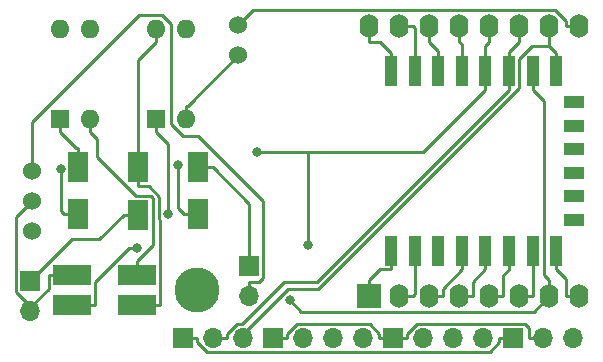
<source format=gbr>
%TF.GenerationSoftware,KiCad,Pcbnew,5.1.6-c6e7f7d~87~ubuntu18.04.1*%
%TF.CreationDate,2020-09-18T00:52:06+02:00*%
%TF.ProjectId,airpcb_smd,61697270-6362-45f7-936d-642e6b696361,rev?*%
%TF.SameCoordinates,Original*%
%TF.FileFunction,Copper,L1,Top*%
%TF.FilePolarity,Positive*%
%FSLAX46Y46*%
G04 Gerber Fmt 4.6, Leading zero omitted, Abs format (unit mm)*
G04 Created by KiCad (PCBNEW 5.1.6-c6e7f7d~87~ubuntu18.04.1) date 2020-09-18 00:52:06*
%MOMM*%
%LPD*%
G01*
G04 APERTURE LIST*
%TA.AperFunction,ComponentPad*%
%ADD10C,3.800000*%
%TD*%
%TA.AperFunction,ComponentPad*%
%ADD11C,1.524000*%
%TD*%
%TA.AperFunction,ComponentPad*%
%ADD12O,1.600000X2.000000*%
%TD*%
%TA.AperFunction,ComponentPad*%
%ADD13R,2.000000X2.000000*%
%TD*%
%TA.AperFunction,SMDPad,CuDef*%
%ADD14R,1.000000X2.500000*%
%TD*%
%TA.AperFunction,SMDPad,CuDef*%
%ADD15R,1.800000X1.000000*%
%TD*%
%TA.AperFunction,SMDPad,CuDef*%
%ADD16R,1.800000X2.500000*%
%TD*%
%TA.AperFunction,ComponentPad*%
%ADD17R,1.700000X1.700000*%
%TD*%
%TA.AperFunction,ComponentPad*%
%ADD18O,1.700000X1.700000*%
%TD*%
%TA.AperFunction,ComponentPad*%
%ADD19R,1.600000X1.600000*%
%TD*%
%TA.AperFunction,ComponentPad*%
%ADD20O,1.600000X1.600000*%
%TD*%
%TA.AperFunction,SMDPad,CuDef*%
%ADD21R,3.300000X1.700000*%
%TD*%
%TA.AperFunction,ViaPad*%
%ADD22C,0.800000*%
%TD*%
%TA.AperFunction,Conductor*%
%ADD23C,0.250000*%
%TD*%
G04 APERTURE END LIST*
D10*
%TO.P,M1,1*%
%TO.N,N/C*%
X66675000Y-38100000D03*
%TD*%
D11*
%TO.P,J11,5*%
%TO.N,GND*%
X70198000Y-18194000D03*
%TO.P,J11,4*%
%TO.N,5V*%
X70198000Y-15654000D03*
%TO.P,J11,3*%
%TO.N,Net-(J11-Pad3)*%
X52738000Y-28034000D03*
%TO.P,J11,2*%
%TO.N,B*%
X52738000Y-30574000D03*
%TO.P,J11,1*%
%TO.N,Net-(J11-Pad1)*%
X52738000Y-33114000D03*
%TD*%
D12*
%TO.P,U3,16*%
%TO.N,ESP_TX*%
X81280000Y-15748000D03*
%TO.P,U3,15*%
%TO.N,ESP_RX*%
X83820000Y-15748000D03*
%TO.P,U3,14*%
%TO.N,SCL*%
X86360000Y-15748000D03*
%TO.P,U3,13*%
%TO.N,SDA*%
X88900000Y-15748000D03*
%TO.P,U3,12*%
%TO.N,D3*%
X91440000Y-15748000D03*
%TO.P,U3,11*%
%TO.N,D4*%
X93980000Y-15748000D03*
%TO.P,U3,10*%
%TO.N,GND*%
X96520000Y-15748000D03*
%TO.P,U3,9*%
%TO.N,5V*%
X99060000Y-15748000D03*
%TO.P,U3,8*%
%TO.N,3V3*%
X99060000Y-38608000D03*
%TO.P,U3,7*%
%TO.N,D8*%
X96520000Y-38608000D03*
%TO.P,U3,6*%
%TO.N,D7*%
X93980000Y-38608000D03*
%TO.P,U3,5*%
%TO.N,D6*%
X91440000Y-38608000D03*
%TO.P,U3,4*%
%TO.N,D5*%
X88900000Y-38608000D03*
%TO.P,U3,3*%
%TO.N,D0*%
X86360000Y-38608000D03*
D13*
%TO.P,U3,1*%
%TO.N,RST*%
X81280000Y-38608000D03*
D12*
%TO.P,U3,2*%
%TO.N,A0*%
X83820000Y-38608000D03*
%TD*%
D14*
%TO.P,U4,22*%
%TO.N,ESP_TX*%
X83114000Y-19578000D03*
%TO.P,U4,21*%
%TO.N,ESP_RX*%
X85114000Y-19578000D03*
%TO.P,U4,20*%
%TO.N,SCL*%
X87114000Y-19578000D03*
%TO.P,U4,19*%
%TO.N,SDA*%
X89114000Y-19578000D03*
%TO.P,U4,18*%
%TO.N,D3*%
X91114000Y-19578000D03*
%TO.P,U4,17*%
%TO.N,D4*%
X93114000Y-19578000D03*
%TO.P,U4,16*%
%TO.N,D8*%
X95114000Y-19578000D03*
%TO.P,U4,15*%
%TO.N,GND*%
X97114000Y-19578000D03*
D15*
%TO.P,U4,14*%
%TO.N,Net-(U4-Pad14)*%
X98614000Y-22178000D03*
%TO.P,U4,13*%
%TO.N,Net-(U4-Pad13)*%
X98614000Y-24178000D03*
%TO.P,U4,12*%
%TO.N,Net-(U4-Pad12)*%
X98614000Y-26178000D03*
%TO.P,U4,11*%
%TO.N,Net-(U4-Pad11)*%
X98614000Y-28178000D03*
%TO.P,U4,10*%
%TO.N,Net-(U4-Pad10)*%
X98614000Y-30178000D03*
%TO.P,U4,9*%
%TO.N,Net-(U4-Pad9)*%
X98614000Y-32178000D03*
D14*
%TO.P,U4,8*%
%TO.N,3V3*%
X97114000Y-34778000D03*
%TO.P,U4,7*%
%TO.N,D7*%
X95114000Y-34778000D03*
%TO.P,U4,6*%
%TO.N,D6*%
X93114000Y-34778000D03*
%TO.P,U4,5*%
%TO.N,D5*%
X91114000Y-34778000D03*
%TO.P,U4,4*%
%TO.N,D0*%
X89114000Y-34778000D03*
%TO.P,U4,3*%
%TO.N,Net-(U4-Pad3)*%
X87114000Y-34778000D03*
%TO.P,U4,2*%
%TO.N,A0*%
X85114000Y-34778000D03*
%TO.P,U4,1*%
%TO.N,RST*%
X83114000Y-34778000D03*
%TD*%
D16*
%TO.P,D2,2*%
%TO.N,Net-(D2-Pad2)*%
X56642000Y-31686000D03*
%TO.P,D2,1*%
%TO.N,Net-(D2-Pad1)*%
X56642000Y-27686000D03*
%TD*%
%TO.P,D4,1*%
%TO.N,Net-(D3-Pad1)*%
X61722000Y-27718000D03*
%TO.P,D4,2*%
%TO.N,A*%
X61722000Y-31718000D03*
%TD*%
%TO.P,D5,1*%
%TO.N,Net-(D5-Pad1)*%
X66802000Y-27686000D03*
%TO.P,D5,2*%
%TO.N,Net-(D5-Pad2)*%
X66802000Y-31686000D03*
%TD*%
D17*
%TO.P,J1,1*%
%TO.N,3V3*%
X83312000Y-42164000D03*
D18*
%TO.P,J1,2*%
%TO.N,GND*%
X85852000Y-42164000D03*
%TO.P,J1,3*%
%TO.N,SCL*%
X88392000Y-42164000D03*
%TO.P,J1,4*%
%TO.N,SDA*%
X90932000Y-42164000D03*
%TD*%
%TO.P,J2,4*%
%TO.N,GND*%
X80772000Y-42164000D03*
%TO.P,J2,3*%
%TO.N,Net-(J2-Pad3)*%
X78232000Y-42164000D03*
%TO.P,J2,2*%
%TO.N,D3*%
X75692000Y-42164000D03*
D17*
%TO.P,J2,1*%
%TO.N,3V3*%
X73152000Y-42164000D03*
%TD*%
%TO.P,J3,1*%
%TO.N,Net-(D5-Pad1)*%
X71120000Y-36068000D03*
D18*
%TO.P,J3,2*%
%TO.N,Net-(J11-Pad3)*%
X71120000Y-38608000D03*
%TD*%
%TO.P,J4,2*%
%TO.N,B*%
X52578000Y-39878000D03*
D17*
%TO.P,J4,1*%
%TO.N,A*%
X52578000Y-37338000D03*
%TD*%
%TO.P,J7,1*%
%TO.N,5V*%
X93472000Y-42164000D03*
D18*
%TO.P,J7,2*%
%TO.N,3V3*%
X96012000Y-42164000D03*
%TO.P,J7,3*%
%TO.N,GND*%
X98552000Y-42164000D03*
%TD*%
%TO.P,J8,3*%
%TO.N,GND*%
X70612000Y-42164000D03*
%TO.P,J8,2*%
%TO.N,D4*%
X68072000Y-42164000D03*
D17*
%TO.P,J8,1*%
%TO.N,5V*%
X65532000Y-42164000D03*
%TD*%
D19*
%TO.P,U1,1*%
%TO.N,Net-(D2-Pad1)*%
X55118000Y-23622000D03*
D20*
%TO.P,U1,3*%
%TO.N,D7*%
X57658000Y-16002000D03*
%TO.P,U1,2*%
%TO.N,Net-(D1-Pad1)*%
X57658000Y-23622000D03*
%TO.P,U1,4*%
%TO.N,3V3*%
X55118000Y-16002000D03*
%TD*%
%TO.P,U2,4*%
%TO.N,Net-(D3-Pad1)*%
X63246000Y-16002000D03*
%TO.P,U2,2*%
%TO.N,GND*%
X65786000Y-23622000D03*
%TO.P,U2,3*%
%TO.N,Net-(R6-Pad2)*%
X65786000Y-16002000D03*
D19*
%TO.P,U2,1*%
%TO.N,Net-(Q1-Pad3)*%
X63246000Y-23622000D03*
%TD*%
D21*
%TO.P,D1,2*%
%TO.N,B*%
X56095000Y-36830000D03*
%TO.P,D1,1*%
%TO.N,Net-(D1-Pad1)*%
X61595000Y-36830000D03*
%TD*%
%TO.P,D3,1*%
%TO.N,Net-(D3-Pad1)*%
X61595000Y-39370000D03*
%TO.P,D3,2*%
%TO.N,Net-(D3-Pad2)*%
X56095000Y-39370000D03*
%TD*%
D22*
%TO.N,Net-(D2-Pad2)*%
X55133700Y-27813000D03*
%TO.N,Net-(D3-Pad2)*%
X61619200Y-34539300D03*
%TO.N,Net-(D5-Pad2)*%
X65045200Y-27489800D03*
%TO.N,D3*%
X71739700Y-26440000D03*
X76081100Y-34288000D03*
%TO.N,D8*%
X74524400Y-38940700D03*
%TO.N,Net-(Q1-Pad3)*%
X64224700Y-31686000D03*
%TD*%
D23*
%TO.N,B*%
X56095000Y-36830000D02*
X54119700Y-36830000D01*
X54119700Y-36830000D02*
X54119700Y-38005300D01*
X54119700Y-38005300D02*
X52834700Y-39290300D01*
X52834700Y-39290300D02*
X52578000Y-39290300D01*
X52578000Y-39290300D02*
X52357500Y-39290300D01*
X52357500Y-39290300D02*
X51352400Y-38285200D01*
X51352400Y-38285200D02*
X51352400Y-31959600D01*
X51352400Y-31959600D02*
X52738000Y-30574000D01*
X52578000Y-39878000D02*
X52578000Y-39290300D01*
%TO.N,Net-(D1-Pad1)*%
X57658000Y-23622000D02*
X57658000Y-24747300D01*
X61595000Y-36830000D02*
X61595000Y-35654700D01*
X61595000Y-35654700D02*
X62947400Y-34302300D01*
X62947400Y-34302300D02*
X62947400Y-30287800D01*
X62947400Y-30287800D02*
X62762000Y-30102400D01*
X62762000Y-30102400D02*
X61488100Y-30102400D01*
X61488100Y-30102400D02*
X58227600Y-26841900D01*
X58227600Y-26841900D02*
X58227600Y-25316900D01*
X58227600Y-25316900D02*
X57658000Y-24747300D01*
%TO.N,Net-(D2-Pad1)*%
X56642000Y-27686000D02*
X56642000Y-26110700D01*
X55118000Y-23622000D02*
X55118000Y-24747300D01*
X55118000Y-24747300D02*
X56481400Y-26110700D01*
X56481400Y-26110700D02*
X56642000Y-26110700D01*
%TO.N,Net-(D2-Pad2)*%
X56642000Y-31686000D02*
X55416700Y-31686000D01*
X55133700Y-27813000D02*
X55133700Y-31403000D01*
X55133700Y-31403000D02*
X55416700Y-31686000D01*
%TO.N,Net-(D3-Pad1)*%
X61722000Y-29293300D02*
X62597500Y-29293300D01*
X62597500Y-29293300D02*
X63499400Y-30195200D01*
X63499400Y-30195200D02*
X63499400Y-32079100D01*
X63499400Y-32079100D02*
X63570300Y-32150000D01*
X63570300Y-32150000D02*
X63570300Y-39370000D01*
X63246000Y-16002000D02*
X63246000Y-17127300D01*
X63246000Y-17127300D02*
X61722000Y-18651300D01*
X61722000Y-18651300D02*
X61722000Y-27718000D01*
X61722000Y-27718000D02*
X61722000Y-29293300D01*
X61595000Y-39370000D02*
X63570300Y-39370000D01*
%TO.N,Net-(D3-Pad2)*%
X58070300Y-39370000D02*
X58070300Y-37381100D01*
X58070300Y-37381100D02*
X60912100Y-34539300D01*
X60912100Y-34539300D02*
X61619200Y-34539300D01*
X56095000Y-39370000D02*
X58070300Y-39370000D01*
%TO.N,A*%
X61722000Y-31718000D02*
X60496700Y-31718000D01*
X52578000Y-37338000D02*
X56102100Y-33813900D01*
X56102100Y-33813900D02*
X58400800Y-33813900D01*
X58400800Y-33813900D02*
X60496700Y-31718000D01*
%TO.N,Net-(D5-Pad1)*%
X68027300Y-27686000D02*
X71120000Y-30778700D01*
X71120000Y-30778700D02*
X71120000Y-36068000D01*
X66802000Y-27686000D02*
X68027300Y-27686000D01*
%TO.N,Net-(D5-Pad2)*%
X66802000Y-31686000D02*
X65576700Y-31686000D01*
X65045200Y-27489800D02*
X65045200Y-31154500D01*
X65045200Y-31154500D02*
X65576700Y-31686000D01*
%TO.N,3V3*%
X97114000Y-34778000D02*
X97114000Y-36353300D01*
X99060000Y-38608000D02*
X97934700Y-38608000D01*
X97934700Y-38608000D02*
X97934700Y-37174000D01*
X97934700Y-37174000D02*
X97114000Y-36353300D01*
X83312000Y-42164000D02*
X84487300Y-42164000D01*
X96012000Y-42164000D02*
X94836700Y-42164000D01*
X94836700Y-42164000D02*
X94836700Y-41356000D01*
X94836700Y-41356000D02*
X94469400Y-40988700D01*
X94469400Y-40988700D02*
X85295200Y-40988700D01*
X85295200Y-40988700D02*
X84487300Y-41796600D01*
X84487300Y-41796600D02*
X84487300Y-42164000D01*
X83312000Y-42164000D02*
X82136700Y-42164000D01*
X73152000Y-42164000D02*
X74327300Y-42164000D01*
X74327300Y-42164000D02*
X74327300Y-41796700D01*
X74327300Y-41796700D02*
X75135300Y-40988700D01*
X75135300Y-40988700D02*
X81328800Y-40988700D01*
X81328800Y-40988700D02*
X82136700Y-41796600D01*
X82136700Y-41796600D02*
X82136700Y-42164000D01*
%TO.N,GND*%
X65786000Y-23622000D02*
X65786000Y-22496700D01*
X65786000Y-22496700D02*
X65895300Y-22496700D01*
X65895300Y-22496700D02*
X70198000Y-18194000D01*
X96520000Y-17408700D02*
X95062600Y-17408700D01*
X95062600Y-17408700D02*
X93939400Y-18531900D01*
X93939400Y-18531900D02*
X93939400Y-20964800D01*
X93939400Y-20964800D02*
X76924000Y-37980200D01*
X76924000Y-37980200D02*
X74418000Y-37980200D01*
X74418000Y-37980200D02*
X70612000Y-41786200D01*
X70612000Y-41786200D02*
X70612000Y-42164000D01*
X96520000Y-17408700D02*
X97114000Y-18002700D01*
X96520000Y-15748000D02*
X96520000Y-17408700D01*
X97114000Y-19578000D02*
X97114000Y-18002700D01*
%TO.N,SCL*%
X86360000Y-15748000D02*
X86360000Y-17073300D01*
X86360000Y-17073300D02*
X87114000Y-17827300D01*
X87114000Y-17827300D02*
X87114000Y-19578000D01*
%TO.N,SDA*%
X88900000Y-15748000D02*
X88900000Y-17073300D01*
X89114000Y-19578000D02*
X89114000Y-17287300D01*
X89114000Y-17287300D02*
X88900000Y-17073300D01*
%TO.N,5V*%
X99060000Y-15748000D02*
X97934700Y-15748000D01*
X97934700Y-15748000D02*
X97934700Y-15326000D01*
X97934700Y-15326000D02*
X96998400Y-14389700D01*
X96998400Y-14389700D02*
X71462300Y-14389700D01*
X71462300Y-14389700D02*
X70198000Y-15654000D01*
X93472000Y-42164000D02*
X92296700Y-42164000D01*
X65532000Y-42164000D02*
X66707300Y-42164000D01*
X66707300Y-42164000D02*
X66707300Y-42531300D01*
X66707300Y-42531300D02*
X67515300Y-43339300D01*
X67515300Y-43339300D02*
X91488800Y-43339300D01*
X91488800Y-43339300D02*
X92296700Y-42531400D01*
X92296700Y-42531400D02*
X92296700Y-42164000D01*
%TO.N,D3*%
X91114000Y-19578000D02*
X91114000Y-21153300D01*
X76081100Y-26440000D02*
X85827300Y-26440000D01*
X85827300Y-26440000D02*
X91114000Y-21153300D01*
X76081100Y-34288000D02*
X76081100Y-26440000D01*
X71739700Y-26440000D02*
X76081100Y-26440000D01*
X91440000Y-17073300D02*
X91114000Y-17399300D01*
X91114000Y-17399300D02*
X91114000Y-19578000D01*
X91440000Y-15748000D02*
X91440000Y-17073300D01*
%TO.N,ESP_TX*%
X81280000Y-15748000D02*
X81280000Y-17073300D01*
X83114000Y-19578000D02*
X83114000Y-18002700D01*
X83114000Y-18002700D02*
X82184600Y-17073300D01*
X82184600Y-17073300D02*
X81280000Y-17073300D01*
%TO.N,ESP_RX*%
X83820000Y-15748000D02*
X84945300Y-15748000D01*
X85114000Y-19578000D02*
X85114000Y-15916700D01*
X85114000Y-15916700D02*
X84945300Y-15748000D01*
%TO.N,D4*%
X93114000Y-21153300D02*
X76826800Y-37440500D01*
X76826800Y-37440500D02*
X74016800Y-37440500D01*
X74016800Y-37440500D02*
X70468600Y-40988700D01*
X70468600Y-40988700D02*
X70055200Y-40988700D01*
X70055200Y-40988700D02*
X69247300Y-41796600D01*
X69247300Y-41796600D02*
X69247300Y-42164000D01*
X93114000Y-19578000D02*
X93114000Y-21153300D01*
X68072000Y-42164000D02*
X69247300Y-42164000D01*
X93980000Y-17073300D02*
X93114000Y-17939300D01*
X93114000Y-17939300D02*
X93114000Y-19578000D01*
X93980000Y-15748000D02*
X93980000Y-17073300D01*
%TO.N,RST*%
X83114000Y-34778000D02*
X83114000Y-36353300D01*
X81280000Y-38608000D02*
X81280000Y-37282700D01*
X83114000Y-36353300D02*
X82209400Y-36353300D01*
X82209400Y-36353300D02*
X81280000Y-37282700D01*
%TO.N,A0*%
X83820000Y-38608000D02*
X84945300Y-38608000D01*
X85114000Y-34778000D02*
X85114000Y-38439300D01*
X85114000Y-38439300D02*
X84945300Y-38608000D01*
%TO.N,D0*%
X86360000Y-38608000D02*
X87485300Y-38608000D01*
X89114000Y-34778000D02*
X89114000Y-36353300D01*
X89114000Y-36353300D02*
X87485300Y-37982000D01*
X87485300Y-37982000D02*
X87485300Y-38608000D01*
%TO.N,D5*%
X91114000Y-34778000D02*
X91114000Y-36353300D01*
X88900000Y-38608000D02*
X90025300Y-38608000D01*
X91114000Y-36353300D02*
X90025300Y-37442000D01*
X90025300Y-37442000D02*
X90025300Y-38608000D01*
%TO.N,D6*%
X93114000Y-34778000D02*
X93114000Y-36353300D01*
X91440000Y-38608000D02*
X92565300Y-38608000D01*
X93114000Y-36353300D02*
X92565300Y-36902000D01*
X92565300Y-36902000D02*
X92565300Y-38608000D01*
%TO.N,D7*%
X95114000Y-34778000D02*
X95114000Y-36353300D01*
X93980000Y-38608000D02*
X95105300Y-38608000D01*
X95105300Y-38608000D02*
X95105300Y-36362000D01*
X95105300Y-36362000D02*
X95114000Y-36353300D01*
%TO.N,D8*%
X74524400Y-38940700D02*
X75517000Y-39933300D01*
X75517000Y-39933300D02*
X95194700Y-39933300D01*
X95194700Y-39933300D02*
X96520000Y-38608000D01*
X96520000Y-38074500D02*
X96520000Y-38608000D01*
X96520000Y-38074500D02*
X96520000Y-37282700D01*
X95114000Y-19578000D02*
X95114000Y-21153300D01*
X95114000Y-21153300D02*
X96053700Y-22093000D01*
X96053700Y-22093000D02*
X96053700Y-36816400D01*
X96053700Y-36816400D02*
X96520000Y-37282700D01*
%TO.N,Net-(Q1-Pad3)*%
X63246000Y-24747300D02*
X64224700Y-25726000D01*
X64224700Y-25726000D02*
X64224700Y-31686000D01*
X63246000Y-23622000D02*
X63246000Y-24747300D01*
%TO.N,Net-(J11-Pad3)*%
X71120000Y-38608000D02*
X71120000Y-37432700D01*
X71120000Y-37432700D02*
X71928000Y-37432700D01*
X71928000Y-37432700D02*
X72311600Y-37049100D01*
X72311600Y-37049100D02*
X72311600Y-30560500D01*
X72311600Y-30560500D02*
X66783000Y-25031900D01*
X66783000Y-25031900D02*
X65532500Y-25031900D01*
X65532500Y-25031900D02*
X64516000Y-24015400D01*
X64516000Y-24015400D02*
X64516000Y-15617100D01*
X64516000Y-15617100D02*
X63755100Y-14856200D01*
X63755100Y-14856200D02*
X61776300Y-14856200D01*
X61776300Y-14856200D02*
X52738000Y-23894500D01*
X52738000Y-23894500D02*
X52738000Y-28034000D01*
%TD*%
M02*

</source>
